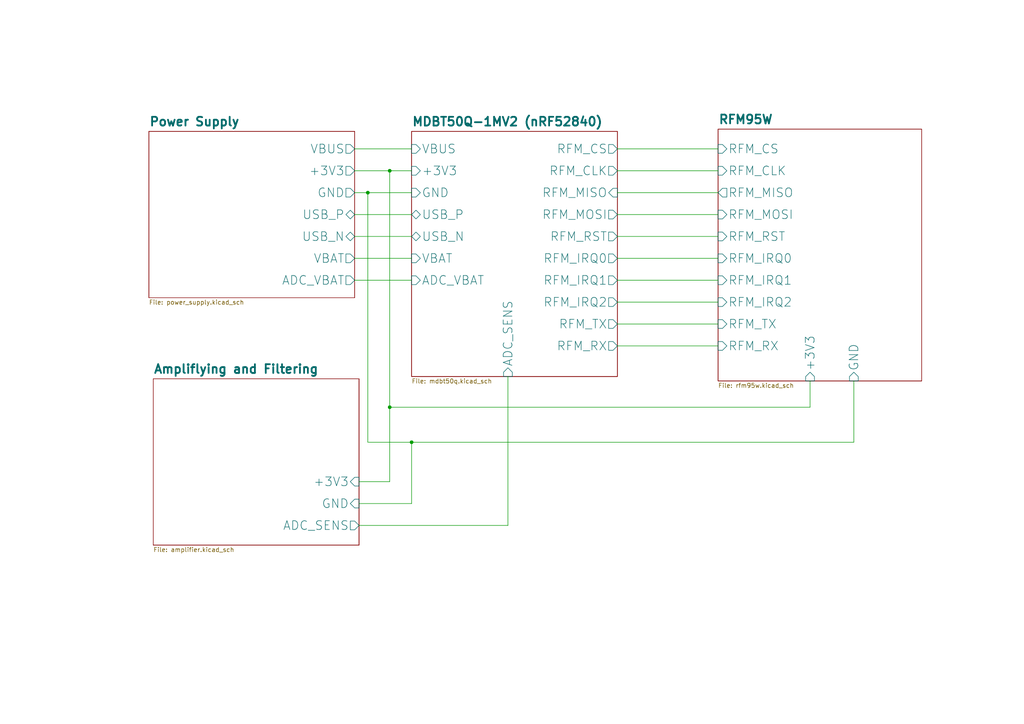
<source format=kicad_sch>
(kicad_sch
	(version 20231120)
	(generator "eeschema")
	(generator_version "8.0")
	(uuid "37eeca4f-d3ae-4ede-ba44-9324e961b27e")
	(paper "A4")
	(title_block
		(title "MDBT50Q-LoRa-Board")
		(date "2025-02-24")
		(rev "v0.2")
		(company "CITI Lab")
		(comment 1 "Sastress Project")
		(comment 2 "Regis Rousseau")
	)
	(lib_symbols)
	(junction
		(at 113.03 118.11)
		(diameter 0)
		(color 0 0 0 0)
		(uuid "9b265a2e-befb-494c-ab59-6551d79f13a9")
	)
	(junction
		(at 106.68 55.88)
		(diameter 0)
		(color 0 0 0 0)
		(uuid "d566fb39-8cc7-4926-a7f9-6ca8affc91e5")
	)
	(junction
		(at 119.38 128.27)
		(diameter 0)
		(color 0 0 0 0)
		(uuid "dd278c81-3583-40de-aa90-a07d073bbbeb")
	)
	(junction
		(at 113.03 49.53)
		(diameter 0)
		(color 0 0 0 0)
		(uuid "df79ef36-4a92-420e-aa3b-fe4761a19137")
	)
	(wire
		(pts
			(xy 106.68 128.27) (xy 106.68 55.88)
		)
		(stroke
			(width 0)
			(type default)
		)
		(uuid "09717c3b-7608-4fed-a445-9ba98fc8bdb1")
	)
	(wire
		(pts
			(xy 119.38 146.05) (xy 119.38 128.27)
		)
		(stroke
			(width 0)
			(type default)
		)
		(uuid "0e91e88b-ae3f-4c9d-9437-55984e198265")
	)
	(wire
		(pts
			(xy 179.07 74.93) (xy 208.28 74.93)
		)
		(stroke
			(width 0)
			(type default)
		)
		(uuid "15defd60-604b-46b9-97b2-9ab2f9aee699")
	)
	(wire
		(pts
			(xy 179.07 55.88) (xy 208.28 55.88)
		)
		(stroke
			(width 0)
			(type default)
		)
		(uuid "19cbc873-061c-4db7-8849-aeea5e48449f")
	)
	(wire
		(pts
			(xy 106.68 55.88) (xy 119.38 55.88)
		)
		(stroke
			(width 0)
			(type default)
		)
		(uuid "19ea5611-7b12-4a84-95bd-4f6bdbd2f045")
	)
	(wire
		(pts
			(xy 179.07 68.58) (xy 208.28 68.58)
		)
		(stroke
			(width 0)
			(type default)
		)
		(uuid "1df84500-b1c0-4133-b63f-166e596163aa")
	)
	(wire
		(pts
			(xy 102.87 62.23) (xy 119.38 62.23)
		)
		(stroke
			(width 0)
			(type default)
		)
		(uuid "20a300cc-8ed1-40cc-ac22-da4725261e88")
	)
	(wire
		(pts
			(xy 104.14 139.7) (xy 113.03 139.7)
		)
		(stroke
			(width 0)
			(type default)
		)
		(uuid "32ad3dca-51a5-4af9-8d2c-4cd8677df392")
	)
	(wire
		(pts
			(xy 179.07 93.98) (xy 208.28 93.98)
		)
		(stroke
			(width 0)
			(type default)
		)
		(uuid "3d6bb444-77bc-4fa4-ad22-5e91c7f45c7c")
	)
	(wire
		(pts
			(xy 104.14 146.05) (xy 119.38 146.05)
		)
		(stroke
			(width 0)
			(type default)
		)
		(uuid "434b4b83-03b1-44b6-9a31-c480f936ee61")
	)
	(wire
		(pts
			(xy 234.95 110.49) (xy 234.95 118.11)
		)
		(stroke
			(width 0)
			(type default)
		)
		(uuid "457c371b-1802-4036-909c-7e9ad630cb02")
	)
	(wire
		(pts
			(xy 179.07 87.63) (xy 208.28 87.63)
		)
		(stroke
			(width 0)
			(type default)
		)
		(uuid "48c6e1fe-aee9-4aed-a2da-3de56dbf9825")
	)
	(wire
		(pts
			(xy 234.95 118.11) (xy 113.03 118.11)
		)
		(stroke
			(width 0)
			(type default)
		)
		(uuid "5bc98239-4260-420b-90b8-8e0fde64ca9f")
	)
	(wire
		(pts
			(xy 179.07 43.18) (xy 208.28 43.18)
		)
		(stroke
			(width 0)
			(type default)
		)
		(uuid "5de536fa-3df4-4a4d-95a8-ec1934fe4ce0")
	)
	(wire
		(pts
			(xy 113.03 118.11) (xy 113.03 49.53)
		)
		(stroke
			(width 0)
			(type default)
		)
		(uuid "5f9f6cfb-756a-4fa9-81f2-e68c93823879")
	)
	(wire
		(pts
			(xy 102.87 81.28) (xy 119.38 81.28)
		)
		(stroke
			(width 0)
			(type default)
		)
		(uuid "683ae1bc-de1c-4f04-9901-68e278344860")
	)
	(wire
		(pts
			(xy 179.07 100.33) (xy 208.28 100.33)
		)
		(stroke
			(width 0)
			(type default)
		)
		(uuid "6bf67071-b3ff-4964-96cf-ddfcc0839030")
	)
	(wire
		(pts
			(xy 179.07 81.28) (xy 208.28 81.28)
		)
		(stroke
			(width 0)
			(type default)
		)
		(uuid "828a80f5-d110-4085-b0cc-7914f5ae358a")
	)
	(wire
		(pts
			(xy 113.03 139.7) (xy 113.03 118.11)
		)
		(stroke
			(width 0)
			(type default)
		)
		(uuid "855799a7-0944-46f6-8f57-fa6bd227c3db")
	)
	(wire
		(pts
			(xy 102.87 74.93) (xy 119.38 74.93)
		)
		(stroke
			(width 0)
			(type default)
		)
		(uuid "86a3a01d-cfba-4bc9-aafd-cca4f885578d")
	)
	(wire
		(pts
			(xy 102.87 49.53) (xy 113.03 49.53)
		)
		(stroke
			(width 0)
			(type default)
		)
		(uuid "8d8a869d-277f-4a4e-94e0-27e713f58324")
	)
	(wire
		(pts
			(xy 102.87 43.18) (xy 119.38 43.18)
		)
		(stroke
			(width 0)
			(type default)
		)
		(uuid "9b323caf-1474-485b-a530-15e4c5f9f35c")
	)
	(wire
		(pts
			(xy 179.07 49.53) (xy 208.28 49.53)
		)
		(stroke
			(width 0)
			(type default)
		)
		(uuid "aa8e0539-a893-4683-8028-36dde864c34b")
	)
	(wire
		(pts
			(xy 247.65 128.27) (xy 119.38 128.27)
		)
		(stroke
			(width 0)
			(type default)
		)
		(uuid "b5578ff1-4e8d-4a05-81a3-cf38815e1afc")
	)
	(wire
		(pts
			(xy 119.38 128.27) (xy 106.68 128.27)
		)
		(stroke
			(width 0)
			(type default)
		)
		(uuid "b5f8a8f6-92fe-4597-aa15-b05b845450cd")
	)
	(wire
		(pts
			(xy 102.87 55.88) (xy 106.68 55.88)
		)
		(stroke
			(width 0)
			(type default)
		)
		(uuid "b6f079bc-a359-4c2d-b769-969623ee6a0e")
	)
	(wire
		(pts
			(xy 102.87 68.58) (xy 119.38 68.58)
		)
		(stroke
			(width 0)
			(type default)
		)
		(uuid "c0b1f498-ad8a-40a5-acbd-876a8fd488c4")
	)
	(wire
		(pts
			(xy 147.32 152.4) (xy 147.32 109.22)
		)
		(stroke
			(width 0)
			(type default)
		)
		(uuid "cc649b15-2b71-4a8c-a9fb-e5c7d40b371e")
	)
	(wire
		(pts
			(xy 113.03 49.53) (xy 119.38 49.53)
		)
		(stroke
			(width 0)
			(type default)
		)
		(uuid "ce4b0560-7eea-4114-811f-b7ccac01aa1f")
	)
	(wire
		(pts
			(xy 247.65 110.49) (xy 247.65 128.27)
		)
		(stroke
			(width 0)
			(type default)
		)
		(uuid "d93b5914-f84a-45f6-bcc0-c0beb459c679")
	)
	(wire
		(pts
			(xy 179.07 62.23) (xy 208.28 62.23)
		)
		(stroke
			(width 0)
			(type default)
		)
		(uuid "dbd64796-1d11-437e-8e77-b7d74f3b5c9e")
	)
	(wire
		(pts
			(xy 104.14 152.4) (xy 147.32 152.4)
		)
		(stroke
			(width 0)
			(type default)
		)
		(uuid "e72bac54-85eb-45bc-b5bf-426504bd8815")
	)
	(sheet
		(at 208.28 37.465)
		(size 59.055 73.025)
		(fields_autoplaced yes)
		(stroke
			(width 0.1524)
			(type solid)
		)
		(fill
			(color 0 0 0 0.0000)
		)
		(uuid "30b98e3e-b7fc-4df2-a409-a7ceb333cc3c")
		(property "Sheetname" "RFM95W"
			(at 208.28 36.1184 0)
			(effects
				(font
					(size 2.54 2.54)
					(thickness 0.508)
					(bold yes)
				)
				(justify left bottom)
			)
		)
		(property "Sheetfile" "rfm95w.kicad_sch"
			(at 208.28 111.0746 0)
			(effects
				(font
					(size 1.27 1.27)
				)
				(justify left top)
			)
		)
		(pin "RFM_RX" input
			(at 208.28 100.33 180)
			(effects
				(font
					(size 2.54 2.54)
				)
				(justify left)
			)
			(uuid "009ec1e3-2fd5-4ecc-8390-47af3cad39f9")
		)
		(pin "RFM_TX" input
			(at 208.28 93.98 180)
			(effects
				(font
					(size 2.54 2.54)
				)
				(justify left)
			)
			(uuid "e82ef872-9d31-49ec-b6c0-319fa62b2985")
		)
		(pin "RFM_MISO" output
			(at 208.28 55.88 180)
			(effects
				(font
					(size 2.54 2.54)
				)
				(justify left)
			)
			(uuid "e40c6970-47df-435c-89a2-0ced75e8f43c")
		)
		(pin "RFM_RST" input
			(at 208.28 68.58 180)
			(effects
				(font
					(size 2.54 2.54)
				)
				(justify left)
			)
			(uuid "cdb906b0-8667-4f97-ba76-4bb711f3f432")
		)
		(pin "RFM_CLK" input
			(at 208.28 49.53 180)
			(effects
				(font
					(size 2.54 2.54)
				)
				(justify left)
			)
			(uuid "d20afdaa-2521-40e5-a743-4838bf18924c")
		)
		(pin "RFM_MOSI" input
			(at 208.28 62.23 180)
			(effects
				(font
					(size 2.54 2.54)
				)
				(justify left)
			)
			(uuid "2086afc9-c85d-4164-a142-6be45fee3ece")
		)
		(pin "RFM_CS" input
			(at 208.28 43.18 180)
			(effects
				(font
					(size 2.54 2.54)
				)
				(justify left)
			)
			(uuid "2d845a19-acee-45fa-9ec4-915e6bd9961a")
		)
		(pin "RFM_IRQ0" input
			(at 208.28 74.93 180)
			(effects
				(font
					(size 2.54 2.54)
				)
				(justify left)
			)
			(uuid "10ff294b-3461-40a1-b4ce-98db04cfe3dd")
		)
		(pin "RFM_IRQ1" input
			(at 208.28 81.28 180)
			(effects
				(font
					(size 2.54 2.54)
				)
				(justify left)
			)
			(uuid "c78f8076-bfbd-4d96-b147-ecc277384309")
		)
		(pin "RFM_IRQ2" input
			(at 208.28 87.63 180)
			(effects
				(font
					(size 2.54 2.54)
				)
				(justify left)
			)
			(uuid "ff3d769f-773d-4a23-bf0f-4b5aaa778360")
		)
		(pin "GND" input
			(at 247.65 110.49 270)
			(effects
				(font
					(size 2.54 2.54)
				)
				(justify left)
			)
			(uuid "e8a7719d-7b55-4a10-8ef7-698aef73d36a")
		)
		(pin "+3V3" input
			(at 234.95 110.49 270)
			(effects
				(font
					(size 2.54 2.54)
				)
				(justify left)
			)
			(uuid "02ac452e-a687-4f96-9fb2-38f528c48c3c")
		)
		(instances
			(project "mdbt_lora_board"
				(path "/37eeca4f-d3ae-4ede-ba44-9324e961b27e"
					(page "5")
				)
			)
		)
	)
	(sheet
		(at 43.18 38.1)
		(size 59.69 48.26)
		(fields_autoplaced yes)
		(stroke
			(width 0.1524)
			(type solid)
		)
		(fill
			(color 0 0 0 0.0000)
		)
		(uuid "35ea49ac-d13f-48e8-80fa-f304876ea13d")
		(property "Sheetname" "Power Supply"
			(at 43.18 36.7534 0)
			(effects
				(font
					(size 2.54 2.54)
					(thickness 0.508)
					(bold yes)
				)
				(justify left bottom)
			)
		)
		(property "Sheetfile" "power_supply.kicad_sch"
			(at 43.18 86.9446 0)
			(effects
				(font
					(size 1.27 1.27)
				)
				(justify left top)
			)
		)
		(pin "ADC_VBAT" output
			(at 102.87 81.28 0)
			(effects
				(font
					(size 2.54 2.54)
				)
				(justify right)
			)
			(uuid "c3d5fb05-b54f-45b0-9fbd-59f7b12cdcbb")
		)
		(pin "VBAT" output
			(at 102.87 74.93 0)
			(effects
				(font
					(size 2.54 2.54)
				)
				(justify right)
			)
			(uuid "edbc5eca-346d-4d3f-8545-2d34813918d1")
		)
		(pin "USB_P" bidirectional
			(at 102.87 62.23 0)
			(effects
				(font
					(size 2.54 2.54)
				)
				(justify right)
			)
			(uuid "7786a20a-3233-4a97-bf64-e92e95e4642e")
		)
		(pin "USB_N" bidirectional
			(at 102.87 68.58 0)
			(effects
				(font
					(size 2.54 2.54)
				)
				(justify right)
			)
			(uuid "0757157d-c70b-4cf7-a269-7f2da8d91321")
		)
		(pin "VBUS" output
			(at 102.87 43.18 0)
			(effects
				(font
					(size 2.54 2.54)
				)
				(justify right)
			)
			(uuid "27d64dac-b00a-47b5-9910-0bcd23c005ec")
		)
		(pin "GND" output
			(at 102.87 55.88 0)
			(effects
				(font
					(size 2.54 2.54)
				)
				(justify right)
			)
			(uuid "8b3b8108-3a96-480d-9df3-aefd3c1ab0d4")
		)
		(pin "+3V3" output
			(at 102.87 49.53 0)
			(effects
				(font
					(size 2.54 2.54)
				)
				(justify right)
			)
			(uuid "0e712bbe-2748-4a05-9d79-5c1c8a2968a2")
		)
		(instances
			(project "mdbt_lora_board"
				(path "/37eeca4f-d3ae-4ede-ba44-9324e961b27e"
					(page "2")
				)
			)
		)
	)
	(sheet
		(at 119.38 38.1)
		(size 59.69 71.12)
		(fields_autoplaced yes)
		(stroke
			(width 0.1524)
			(type solid)
		)
		(fill
			(color 0 0 0 0.0000)
		)
		(uuid "cadc7242-f502-4ec3-a203-ad861e63c558")
		(property "Sheetname" "MDBT50Q-1MV2 (nRF52840)"
			(at 119.38 36.7534 0)
			(effects
				(font
					(size 2.54 2.54)
					(thickness 0.508)
					(bold yes)
				)
				(justify left bottom)
			)
		)
		(property "Sheetfile" "mdbt50q.kicad_sch"
			(at 119.38 109.8046 0)
			(effects
				(font
					(size 1.27 1.27)
				)
				(justify left top)
			)
		)
		(pin "VBAT" input
			(at 119.38 74.93 180)
			(effects
				(font
					(size 2.54 2.54)
				)
				(justify left)
			)
			(uuid "b462ea3e-e5c4-4716-8df8-03e0769f727a")
		)
		(pin "ADC_SENS" input
			(at 147.32 109.22 270)
			(effects
				(font
					(size 2.54 2.54)
				)
				(justify left)
			)
			(uuid "95b24156-241b-48f9-8204-4ec94f14a2b6")
		)
		(pin "ADC_VBAT" input
			(at 119.38 81.28 180)
			(effects
				(font
					(size 2.54 2.54)
				)
				(justify left)
			)
			(uuid "b07b9c9a-c56a-4dfb-9049-b649509e7783")
		)
		(pin "USB_P" bidirectional
			(at 119.38 62.23 180)
			(effects
				(font
					(size 2.54 2.54)
				)
				(justify left)
			)
			(uuid "7440b7d3-95a3-4300-974c-9e2b17eaf1de")
		)
		(pin "USB_N" bidirectional
			(at 119.38 68.58 180)
			(effects
				(font
					(size 2.54 2.54)
				)
				(justify left)
			)
			(uuid "4829c482-f7d9-461e-aa62-f05ed6f9efe1")
		)
		(pin "GND" input
			(at 119.38 55.88 180)
			(effects
				(font
					(size 2.54 2.54)
				)
				(justify left)
			)
			(uuid "69957b12-b4f0-47ef-aa5a-76184acb9669")
		)
		(pin "RFM_RX" output
			(at 179.07 100.33 0)
			(effects
				(font
					(size 2.54 2.54)
				)
				(justify right)
			)
			(uuid "ea73dc0b-2a53-485d-95d4-47e4d7c5f489")
		)
		(pin "RFM_TX" output
			(at 179.07 93.98 0)
			(effects
				(font
					(size 2.54 2.54)
				)
				(justify right)
			)
			(uuid "c4fb2a3e-f47a-4b79-9527-9e1145d0f965")
		)
		(pin "RFM_IRQ2" output
			(at 179.07 87.63 0)
			(effects
				(font
					(size 2.54 2.54)
				)
				(justify right)
			)
			(uuid "4a0ffabe-7715-42eb-af4f-ccacdb132195")
		)
		(pin "RFM_MOSI" output
			(at 179.07 62.23 0)
			(effects
				(font
					(size 2.54 2.54)
				)
				(justify right)
			)
			(uuid "f1479969-acca-4d97-9c8e-cf9354241f79")
		)
		(pin "RFM_RST" output
			(at 179.07 68.58 0)
			(effects
				(font
					(size 2.54 2.54)
				)
				(justify right)
			)
			(uuid "6ff9c956-1686-427f-90a9-4c3a726dbbd0")
		)
		(pin "RFM_MISO" input
			(at 179.07 55.88 0)
			(effects
				(font
					(size 2.54 2.54)
				)
				(justify right)
			)
			(uuid "3fa377f1-9e04-4e15-8e88-bbe59e9b73bf")
		)
		(pin "RFM_IRQ0" output
			(at 179.07 74.93 0)
			(effects
				(font
					(size 2.54 2.54)
				)
				(justify right)
			)
			(uuid "e4269156-c08e-443a-b7af-28a7b82bb157")
		)
		(pin "RFM_IRQ1" output
			(at 179.07 81.28 0)
			(effects
				(font
					(size 2.54 2.54)
				)
				(justify right)
			)
			(uuid "dabb824f-c9e2-4988-a0e3-a92592cad238")
		)
		(pin "RFM_CLK" output
			(at 179.07 49.53 0)
			(effects
				(font
					(size 2.54 2.54)
				)
				(justify right)
			)
			(uuid "e1461538-f633-4135-aa44-47888c790601")
		)
		(pin "VBUS" input
			(at 119.38 43.18 180)
			(effects
				(font
					(size 2.54 2.54)
				)
				(justify left)
			)
			(uuid "8a5824c6-94fe-4f75-be80-b7e13fb7f7e3")
		)
		(pin "RFM_CS" output
			(at 179.07 43.18 0)
			(effects
				(font
					(size 2.54 2.54)
				)
				(justify right)
			)
			(uuid "757395c1-e64f-490a-a543-e737e27007ce")
		)
		(pin "+3V3" input
			(at 119.38 49.53 180)
			(effects
				(font
					(size 2.54 2.54)
				)
				(justify left)
			)
			(uuid "1a78602c-a448-4aa7-b42c-0b4fd060a1f2")
		)
		(instances
			(project "mdbt_lora_board"
				(path "/37eeca4f-d3ae-4ede-ba44-9324e961b27e"
					(page "4")
				)
			)
		)
	)
	(sheet
		(at 44.45 109.855)
		(size 59.69 48.26)
		(fields_autoplaced yes)
		(stroke
			(width 0.1524)
			(type solid)
		)
		(fill
			(color 0 0 0 0.0000)
		)
		(uuid "fe88bc55-2876-4b1b-96d4-db3016a7ce49")
		(property "Sheetname" "Ampliflying and Filtering"
			(at 44.45 108.5084 0)
			(effects
				(font
					(size 2.54 2.54)
					(thickness 0.508)
					(bold yes)
				)
				(justify left bottom)
			)
		)
		(property "Sheetfile" "amplifier.kicad_sch"
			(at 44.45 158.6996 0)
			(effects
				(font
					(size 1.27 1.27)
				)
				(justify left top)
			)
		)
		(pin "+3V3" input
			(at 104.14 139.7 0)
			(effects
				(font
					(size 2.54 2.54)
				)
				(justify right)
			)
			(uuid "80946ae7-5ddf-4b82-ba5b-f4d4d1d84c29")
		)
		(pin "GND" input
			(at 104.14 146.05 0)
			(effects
				(font
					(size 2.54 2.54)
				)
				(justify right)
			)
			(uuid "87b3b870-5e16-4305-9fc3-6b60f9e1cf13")
		)
		(pin "ADC_SENS" output
			(at 104.14 152.4 0)
			(effects
				(font
					(size 2.54 2.54)
				)
				(justify right)
			)
			(uuid "d29395e5-a751-44e3-b405-12072f90f7d0")
		)
		(instances
			(project "mdbt_lora_board"
				(path "/37eeca4f-d3ae-4ede-ba44-9324e961b27e"
					(page "3")
				)
			)
		)
	)
	(sheet_instances
		(path "/"
			(page "1")
		)
	)
)

</source>
